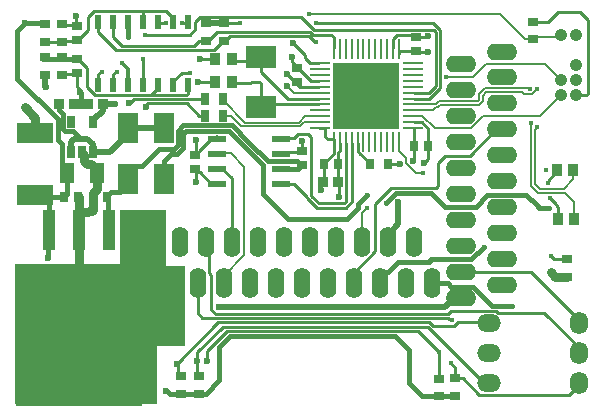
<source format=gbl>
G04*
G04 #@! TF.GenerationSoftware,Altium Limited,Altium Designer,21.0.8 (223)*
G04*
G04 Layer_Physical_Order=4*
G04 Layer_Color=16711680*
%FSLAX25Y25*%
%MOIN*%
G70*
G04*
G04 #@! TF.SameCoordinates,E158979E-E8F5-4E42-ABDF-87379EC9601E*
G04*
G04*
G04 #@! TF.FilePolarity,Positive*
G04*
G01*
G75*
%ADD10C,0.01000*%
%ADD13C,0.01200*%
%ADD33C,0.01500*%
%ADD34C,0.00800*%
%ADD35C,0.02000*%
%ADD36C,0.03000*%
%ADD37O,0.06000X0.07500*%
%ADD38O,0.07874X0.05906*%
%ADD39O,0.10236X0.05512*%
%ADD40C,0.04134*%
%ADD41O,0.05512X0.10236*%
%ADD42C,0.01772*%
%ADD43C,0.02362*%
%ADD44C,0.01968*%
%ADD55R,0.03150X0.03937*%
%ADD56R,0.10236X0.07480*%
%ADD57R,0.03543X0.02559*%
%ADD58O,0.03937X0.00984*%
%ADD59O,0.00984X0.03937*%
%ADD60R,0.22047X0.22047*%
%ADD61R,0.03543X0.02953*%
%ADD62R,0.06102X0.02362*%
%ADD63R,0.02284X0.04646*%
%ADD64R,0.03740X0.04134*%
%ADD65O,0.06102X0.00984*%
%ADD66O,0.00984X0.06102*%
%ADD67R,0.02953X0.03543*%
%ADD68R,0.02559X0.03543*%
%ADD69R,0.03174X0.03379*%
%ADD70R,0.06890X0.10433*%
%ADD71R,0.12402X0.07008*%
%ADD72R,0.02598X0.03937*%
%ADD73R,0.42126X0.33858*%
%ADD74R,0.03937X0.13386*%
%ADD75R,0.04545X0.06717*%
%ADD76R,0.03543X0.04134*%
%ADD77C,0.00700*%
%ADD78R,0.22500X0.26600*%
%ADD79R,0.15800X0.38300*%
%ADD80R,0.47500X0.46500*%
D10*
X262856Y348632D02*
X296489D01*
X261218Y346994D02*
X262856Y348632D01*
X261218Y344453D02*
Y346994D01*
X259432Y342667D02*
X261218Y344453D01*
X244524Y342667D02*
X259432D01*
X257000Y346686D02*
X258713D01*
X259000Y346972D01*
X249287Y346686D02*
X251472D01*
X249000Y346972D02*
X249287Y346686D01*
X271027Y346426D02*
X276274D01*
X276300Y346400D01*
X374001Y346953D02*
X378805D01*
X382114Y350262D01*
X389486D02*
X392100Y347648D01*
X382114Y350262D02*
X389486D01*
X392100Y328900D02*
Y347648D01*
Y328900D02*
X392200Y328800D01*
X388300Y322400D02*
X391614D01*
X392200Y322986D01*
Y328800D01*
X380009Y268700D02*
X380856Y267853D01*
X385299D01*
X379800Y268700D02*
X380009D01*
X244900Y318500D02*
X245161Y318761D01*
Y319575D02*
X245286Y319700D01*
X245161Y318761D02*
Y319575D01*
X239569Y319900D02*
X240769Y321100D01*
X239200Y319900D02*
X239569D01*
X245286Y319700D02*
X258600D01*
X240769Y321100D02*
X264647D01*
X381435Y285765D02*
Y286056D01*
X379374Y288118D02*
X381435Y286056D01*
Y285765D02*
X382142Y285057D01*
X321300Y286200D02*
X326650Y291550D01*
X341514D02*
X342100Y292136D01*
X326650Y291550D02*
X341514D01*
X342100Y292136D02*
Y299714D01*
X321300Y270500D02*
Y286200D01*
X378769Y293266D02*
X378917Y293414D01*
Y294021D01*
X382000Y297105D01*
Y297400D01*
X382142Y281100D02*
Y285057D01*
X334177Y313472D02*
X334185Y313465D01*
X336744D02*
X338862Y311347D01*
Y305500D02*
Y311347D01*
X334185Y313465D02*
X336744D01*
X262700Y315600D02*
X264647D01*
X258600Y319700D02*
X262700Y315600D01*
X234000Y329423D02*
X234942Y330365D01*
X234000Y326028D02*
Y329423D01*
X234942Y330365D02*
X235100D01*
X221500Y345835D02*
Y349000D01*
Y345835D02*
X221796Y345539D01*
X229942Y330365D02*
X230100D01*
X229000Y329423D02*
X229942Y330365D01*
X229000Y326028D02*
Y329423D01*
X227790Y322500D02*
X246654D01*
X225143Y325148D02*
X227790Y322500D01*
X282714Y326900D02*
X283300Y326314D01*
X280114Y326900D02*
X282714D01*
X279600Y326386D02*
X280114Y326900D01*
X283300Y318435D02*
Y326314D01*
X274168Y326386D02*
X279600D01*
X273654Y326900D02*
X274168Y326386D01*
X283300Y318435D02*
X284243Y319378D01*
X302484D01*
X283300Y330324D02*
X292278Y321346D01*
X302484D01*
X283300Y330324D02*
Y335365D01*
X297000Y303962D02*
Y307319D01*
X296469Y303431D02*
X297000Y303962D01*
X298914Y309500D02*
X300000Y308414D01*
X295426Y309500D02*
X298914D01*
X294081Y308155D02*
X295426Y309500D01*
X304535Y311504D02*
X304543Y311496D01*
X305437Y307764D02*
X307496D01*
X307504Y307756D01*
Y306484D02*
Y307756D01*
X304543Y308658D02*
X305437Y307764D01*
X304543Y308658D02*
Y311496D01*
X302484Y311504D02*
X304535D01*
X289730Y308000D02*
X289885Y308155D01*
X294081D01*
X300000Y288900D02*
Y308414D01*
X290161Y303431D02*
X296469D01*
X289730Y303000D02*
X290161Y303431D01*
X294181Y293000D02*
X298600Y288581D01*
X289730Y293000D02*
X294181D01*
X268470Y298000D02*
X270340D01*
X273517Y294823D01*
Y273643D02*
Y294823D01*
X261100Y302462D02*
X261500Y302862D01*
Y307500D01*
X261600Y297238D02*
X262076Y296761D01*
X261100Y297738D02*
X261600Y297238D01*
Y293500D02*
Y297238D01*
X262839Y296761D02*
X266600Y293000D01*
X268470D01*
X262076Y296761D02*
X262839D01*
X268020Y308450D02*
X268470Y308900D01*
X262372Y303772D02*
X266600Y308000D01*
X268470D01*
X262372Y303439D02*
Y303772D01*
X261395Y302462D02*
X262372Y303439D01*
X261100Y302462D02*
X261395D01*
X273600Y333900D02*
X281835D01*
X283300Y335365D01*
X256728Y329937D02*
X259602D01*
X254000Y327209D02*
X256728Y329937D01*
X259602D02*
X259614Y329925D01*
X229000Y343500D02*
X234900Y337600D01*
X260980Y339000D02*
X262527Y340547D01*
X234000Y342000D02*
X237000Y339000D01*
X267561Y337600D02*
X270509Y340547D01*
X234900Y337600D02*
X267561D01*
X237000Y339000D02*
X260980D01*
X262527Y340547D02*
X265001D01*
X361649Y250506D02*
X362155Y250000D01*
X346621Y250506D02*
X361649D01*
X301743Y346462D02*
X340613D01*
X301609Y346597D02*
X301743Y346462D01*
X299079Y342100D02*
X301131Y340047D01*
X301500D01*
X293658Y333519D02*
Y335142D01*
X293600Y335200D02*
X293658Y335142D01*
Y333519D02*
X299349Y327828D01*
X299365D01*
X299941Y327252D02*
X302484D01*
X299365Y327828D02*
X299941Y327252D01*
X291935Y329449D02*
X296101Y325284D01*
X302484D01*
X377700Y250000D02*
X389202Y238498D01*
X362155Y250000D02*
X377700D01*
X345634Y249519D02*
X346621Y250506D01*
X373184Y263409D02*
X389202Y247391D01*
X351751Y263409D02*
X373184D01*
X389202Y246641D02*
Y247391D01*
X351751Y263409D02*
X351751Y263409D01*
X314069Y263269D02*
X321300Y270500D01*
X314069Y259863D02*
Y263269D01*
X342100Y299714D02*
X344486Y302100D01*
X352750D01*
X361698Y311047D01*
X363614D01*
X337500Y299800D02*
X338781Y301081D01*
Y305419D01*
X338862Y305500D01*
X334000Y300400D02*
X334069Y300469D01*
X325553Y299400D02*
X329500D01*
X334069Y300469D02*
Y305431D01*
X341400Y325400D02*
Y343695D01*
X339315Y323315D02*
X341400Y325400D01*
X340814Y344281D02*
X341400Y343695D01*
X300857Y344281D02*
X340814D01*
X325453Y299501D02*
X325553Y299400D01*
X334069Y305431D02*
X334138Y305500D01*
Y311496D01*
X334146Y311504D01*
X334177D01*
X303092Y292557D02*
X304138Y293603D01*
X303092Y291031D02*
Y292557D01*
X308965Y293500D02*
Y303433D01*
X309271Y288581D02*
Y293194D01*
X298600Y288320D02*
X301920Y285000D01*
X298600Y288320D02*
Y288581D01*
X301920Y285000D02*
X311446D01*
X300000Y288900D02*
X302500Y286400D01*
X310866D01*
X339347Y321346D02*
X342800Y324800D01*
Y344275D01*
X340613Y346462D02*
X342800Y344275D01*
X335000Y341862D02*
X335119Y341981D01*
X338700D01*
X338819Y342100D01*
X328400Y342500D02*
X334362D01*
X335000Y341862D01*
X327189Y341289D02*
X328400Y342500D01*
X327189Y338177D02*
Y341289D01*
X335000Y337138D02*
X335219Y336919D01*
X338600D01*
X338819Y336700D01*
X329157Y337130D02*
X329165Y337138D01*
X329157Y336110D02*
Y337130D01*
X329165Y337138D02*
X335000D01*
X315954Y303349D02*
X318531Y300772D01*
X319547Y299501D02*
Y299993D01*
X315378Y303941D02*
Y306484D01*
Y303941D02*
X315954Y303365D01*
Y303349D02*
Y303365D01*
X318531Y300772D02*
X318768D01*
X319547Y299993D01*
X308965Y293500D02*
X309271Y293194D01*
X311452Y286986D02*
Y297684D01*
X310866Y286400D02*
X311452Y286986D01*
X311446Y285000D02*
X313500Y287054D01*
Y302200D01*
X313409Y302291D02*
X313500Y302200D01*
X313409Y302291D02*
Y306484D01*
X311441Y297695D02*
Y306484D01*
Y297695D02*
X311452Y297684D01*
X309472Y303941D02*
Y306484D01*
X308965Y303433D02*
X309472Y303941D01*
X305343Y300772D02*
X307504Y302933D01*
Y306484D01*
X305114Y300772D02*
X305343D01*
X304138Y299795D02*
X305114Y300772D01*
X304138Y299500D02*
Y299795D01*
Y293603D02*
Y299500D01*
X299542Y333157D02*
X302484D01*
X297836Y334864D02*
X299542Y333157D01*
X297836Y334864D02*
Y335883D01*
X295782Y337937D02*
X297836Y335883D01*
X295782Y337937D02*
X295782D01*
X293800Y339919D02*
X295782Y337937D01*
X270509Y340547D02*
X271493D01*
X300544Y342614D02*
X306618D01*
X299658Y343500D02*
X300544Y342614D01*
X272858Y342100D02*
X299079D01*
X272272Y341514D02*
X272858Y342100D01*
X300221Y344900D02*
X300238D01*
X296489Y348632D02*
X300221Y344900D01*
X300238D02*
X300857Y344281D01*
X272272Y341327D02*
Y341514D01*
X268445Y343500D02*
X299658D01*
X271493Y340547D02*
X272272Y341327D01*
X265445Y340500D02*
X268445Y343500D01*
X306618Y342614D02*
X307504Y341728D01*
X254000Y326028D02*
Y327209D01*
X267846Y334400D02*
X267946Y334500D01*
X263000Y334400D02*
X267846D01*
Y327000D02*
X267946Y326900D01*
X262300Y327000D02*
X267846D01*
X268081Y249519D02*
X345634D01*
X266600Y251000D02*
X268081Y249519D01*
X271900Y243900D02*
X335600D01*
X338758Y245300D02*
X357405Y226653D01*
X346539Y247861D02*
X346800Y247600D01*
X255300Y233000D02*
X269000Y246700D01*
X270600Y245300D02*
X338758D01*
X269000Y246700D02*
X339338D01*
X340619Y245419D01*
X263700Y248100D02*
X345533D01*
X262000Y236700D02*
X270600Y245300D01*
X265319Y237319D02*
X271900Y243900D01*
X335600D02*
X342599Y236901D01*
X345773Y247861D02*
X346539D01*
X345533Y248100D02*
X345773Y247861D01*
X347703Y245419D02*
X348985Y246700D01*
X359022D01*
X340619Y245419D02*
X347703D01*
X266600Y251000D02*
Y262400D01*
X265719Y263281D02*
Y272780D01*
X264856Y273643D02*
X265719Y272780D01*
Y263281D02*
X266600Y262400D01*
X262100Y249700D02*
X263700Y248100D01*
X389202Y236641D02*
Y238498D01*
Y225891D02*
Y226641D01*
X385910Y222600D02*
X389202Y225891D01*
X356000Y222600D02*
X385910D01*
X350547Y228053D02*
X356000Y222600D01*
X347999Y228053D02*
X350547D01*
X342599Y227953D02*
Y236901D01*
X357405Y226653D02*
X359069D01*
X346500Y233100D02*
X347999Y231601D01*
Y228053D02*
Y231601D01*
X262100Y249700D02*
Y259863D01*
X359022Y246700D02*
X359069Y246653D01*
X265319Y233934D02*
Y237319D01*
X262000Y233700D02*
Y236700D01*
Y229352D02*
Y233700D01*
Y229352D02*
X262599Y228753D01*
X255428Y229632D02*
Y232872D01*
X255300Y233000D02*
X255428Y232872D01*
Y229632D02*
X256207Y228853D01*
X256699D01*
X225143Y325148D02*
Y331550D01*
X222180Y334513D02*
X225143Y331550D01*
X221784Y325216D02*
Y329788D01*
Y325216D02*
X223158Y323842D01*
X246654Y322500D02*
X258414D01*
X259000Y323086D02*
Y326028D01*
X246654Y322500D02*
X249000Y324847D01*
X258414Y322500D02*
X259000Y323086D01*
X221476Y345859D02*
X221500Y345835D01*
X244000Y326028D02*
Y334531D01*
X234000Y342000D02*
Y346972D01*
X229000Y343500D02*
Y346972D01*
X307504Y338177D02*
Y341728D01*
X334177Y323315D02*
X339315D01*
X334177Y321346D02*
X339347D01*
X249000Y324847D02*
Y326028D01*
X222079Y334613D02*
X222180Y334513D01*
X221784Y334613D02*
X222079D01*
X243414Y350500D02*
X251654D01*
X227586D02*
X243414D01*
X254000Y346972D02*
Y348153D01*
X251654Y350500D02*
X254000Y348153D01*
X221796Y340518D02*
X222091D01*
X244000Y346972D02*
Y349914D01*
X243414Y350500D02*
X244000Y349914D01*
X225500Y348414D02*
X227586Y350500D01*
X225500Y344273D02*
Y348414D01*
X221796Y340864D02*
X222091D01*
X225500Y344273D01*
X211290Y340222D02*
X211316Y340248D01*
X254000Y345791D02*
Y346972D01*
X217182Y329593D02*
X221489D01*
X221784Y329889D01*
X216887Y329298D02*
X217182Y329593D01*
X222052Y320689D02*
X223123D01*
X220965Y319603D02*
X222052Y320689D01*
X220965Y319500D02*
Y319603D01*
X216886Y346179D02*
X217206Y345859D01*
X221476D01*
X211316Y340248D02*
X216616D01*
X216912Y340544D02*
X221526D01*
X221796Y340814D01*
X216616Y340248D02*
X216912Y340544D01*
X222091Y340518D02*
X222387Y340222D01*
D13*
X239000Y326028D02*
Y331300D01*
X237000Y333300D02*
X239000Y331300D01*
D33*
X220664Y310500D02*
X223164Y308000D01*
X217984Y310500D02*
X220664D01*
X217311Y311173D02*
Y316289D01*
X216035Y317565D02*
Y319500D01*
Y317565D02*
X217311Y316289D01*
Y311173D02*
X217984Y310500D01*
X215411Y307621D02*
Y314589D01*
X216954Y298023D02*
Y306077D01*
X202000Y328000D02*
X215411Y314589D01*
Y307621D02*
X216954Y306077D01*
X273434Y312481D02*
X279008Y306908D01*
X257295Y304985D02*
Y309703D01*
X272647Y310581D02*
X284000Y299229D01*
X255395Y305772D02*
Y310621D01*
X257255Y312481D01*
X273434D01*
X257295Y309703D02*
X258174Y310581D01*
X272647D01*
X344400Y285300D02*
X354800D01*
X358600Y289100D02*
X371669D01*
X354800Y285300D02*
X358600Y289100D01*
X371669D02*
X375050Y285719D01*
X375214D02*
X376033Y284900D01*
X375050Y285719D02*
X375214D01*
X376033Y284900D02*
X379100D01*
X339800Y289900D02*
X344400Y285300D01*
X328300Y289900D02*
X339800D01*
X325000Y286600D02*
X328300Y289900D01*
X315406Y284705D02*
Y286105D01*
X318400Y289100D01*
X312000Y281300D02*
X315406Y284705D01*
X231862Y288795D02*
X233100Y290034D01*
X236305D01*
X255053Y302743D02*
X257295Y304985D01*
X295243Y300500D02*
X296605Y299138D01*
X279008Y306908D02*
X285416Y300500D01*
X295243D01*
X295467Y298000D02*
X296605Y299138D01*
X289730Y298000D02*
X295467D01*
X239000Y294500D02*
Y296227D01*
X241695Y298922D02*
X243422D01*
X249143Y304643D01*
X239000Y296227D02*
X241695Y298922D01*
X249143Y304643D02*
X254267D01*
X239000Y292728D02*
Y294500D01*
X231862Y288500D02*
Y288795D01*
X232181Y277819D02*
Y288181D01*
Y277819D02*
X232500Y277500D01*
X254267Y304643D02*
X255395Y305772D01*
X236305Y290034D02*
X239000Y292728D01*
X279008Y306908D02*
Y306908D01*
X231862Y288500D02*
X232181Y288181D01*
X216887Y334513D02*
X222180D01*
X284000Y289479D02*
Y299229D01*
X353815Y258654D02*
X360288Y252181D01*
X367000D01*
X346704Y258654D02*
X353815D01*
X345495Y259863D02*
X346704Y258654D01*
X340053Y259863D02*
X345495D01*
X339100Y266800D02*
X340000Y267700D01*
X353350D02*
X357390Y271741D01*
X340000Y267700D02*
X353350D01*
X328789Y266800D02*
X339100D01*
X357390Y271741D02*
Y271898D01*
X322730Y259863D02*
Y261140D01*
X325113Y263523D02*
X325512D01*
X326728Y264739D02*
X328789Y266800D01*
X322730Y261140D02*
X325113Y263523D01*
X325512D02*
X326728Y264739D01*
Y264739D01*
X292179Y281300D02*
X312000D01*
X284000Y289479D02*
X292179Y281300D01*
X250800Y300502D02*
X253041Y302743D01*
X250800Y294535D02*
Y300502D01*
X253041Y302743D02*
X255053D01*
X327974Y242200D02*
X332500Y237674D01*
X272926Y242200D02*
X327974D01*
X269300Y238574D02*
X272926Y242200D01*
X332500Y226379D02*
Y237674D01*
X269300Y227400D02*
Y238574D01*
X332500Y226379D02*
X336831Y222047D01*
X342599D01*
X342649Y222097D02*
X347949D01*
X342599Y222047D02*
X342649Y222097D01*
X347949D02*
X347999Y222147D01*
X256699Y222947D02*
X262599D01*
X264747Y222847D02*
X269300Y227400D01*
X262599Y222847D02*
X264747D01*
X212265Y268365D02*
Y277265D01*
X212500Y277500D01*
X212100Y268200D02*
X212265Y268365D01*
X252786Y222947D02*
X256699D01*
X251833Y223900D02*
X252786Y222947D01*
X251600Y223900D02*
X251833D01*
X223123Y320689D02*
Y323342D01*
X210687Y334513D02*
X216887D01*
X202000Y328000D02*
Y343864D01*
X210917Y346500D02*
X211290Y346127D01*
X239000Y342000D02*
Y346972D01*
X204636Y346500D02*
X210917D01*
X202000Y343864D02*
X204636Y346500D01*
X216954Y298023D02*
X218477Y296500D01*
Y289634D02*
Y296500D01*
X217638Y288500D02*
Y288795D01*
X218477Y289634D01*
X210451Y288500D02*
X217638D01*
X210451D02*
X212500Y286451D01*
X208705Y288500D02*
X210451D01*
X208000Y289205D02*
X208705Y288500D01*
X212500Y277500D02*
Y286451D01*
D34*
X334787Y296670D02*
X337213D01*
X331581Y299876D02*
X334787Y296670D01*
X316824Y273643D02*
Y283103D01*
X318560Y284840D01*
X373300Y292303D02*
Y313363D01*
X374500Y292800D02*
Y310872D01*
X375086Y311458D01*
Y311721D01*
X373580Y322879D02*
X375212Y324510D01*
Y324667D01*
X370166Y323500D02*
X370787Y322879D01*
X357803Y324700D02*
X372804D01*
X372840Y324664D01*
X370787Y322879D02*
X373580D01*
X342072Y318400D02*
X342955Y319284D01*
X355881D01*
X337008Y319600D02*
X341575D01*
X342458Y320483D01*
X341600Y318400D02*
X342072D01*
X342458Y320483D02*
X355384D01*
X355881Y319284D02*
X357100Y320502D01*
X355900Y322797D02*
X357803Y324700D01*
X355384Y320483D02*
X355900Y320999D01*
X357100Y320502D02*
Y322300D01*
X355900Y320999D02*
Y322797D01*
X340610Y317409D02*
X341600Y318400D01*
X336786Y319378D02*
X337008Y319600D01*
X334177Y319378D02*
X336786D01*
X334177Y317409D02*
X340610D01*
X381700Y289707D02*
X384500D01*
X387457Y286750D01*
X381504Y289903D02*
X381700Y289707D01*
X387457Y281100D02*
Y286750D01*
X375699Y289903D02*
X381504D01*
X373300Y292303D02*
X375699Y289903D01*
X387315Y294491D02*
Y297400D01*
X384124Y291300D02*
X387315Y294491D01*
X381700Y291300D02*
X384124D01*
X381504Y291104D02*
X381700Y291300D01*
X376197Y291104D02*
X381504D01*
X358300Y323500D02*
X370166D01*
X357100Y322300D02*
X358300Y323500D01*
X374500Y292800D02*
X376197Y291104D01*
X353831Y328500D02*
X358230Y332900D01*
X344981Y328500D02*
X353831D01*
X358230Y332900D02*
X377800D01*
X383300Y327400D01*
X270553Y320706D02*
X277959Y313300D01*
X295803D01*
X276700Y312100D02*
X296300D01*
X297612Y313412D01*
X302424D01*
X297944Y315441D02*
X302484D01*
X295803Y313300D02*
X297944Y315441D01*
X302424Y313412D02*
X302484Y313472D01*
X273200Y315600D02*
X276700Y312100D01*
X270553Y320706D02*
Y321100D01*
Y315600D02*
X273200D01*
X277600Y269064D02*
Y298600D01*
X268470Y303000D02*
X268570Y303100D01*
X273100D01*
X277600Y298600D01*
X374880Y341927D02*
X382827D01*
X374001Y341047D02*
X374880Y341927D01*
X382827D02*
X383300Y342400D01*
X371253Y341047D02*
X374001D01*
X362800Y349500D02*
X371253Y341047D01*
X299200Y349500D02*
X362800D01*
X291847Y325466D02*
Y325655D01*
Y325466D02*
X293713Y323600D01*
X293900D01*
X294185Y323315D02*
X302484D01*
X293900Y323600D02*
X294185Y323315D01*
X331581Y299876D02*
Y301502D01*
X329157Y303925D02*
X331581Y301502D01*
X329157Y303925D02*
Y306484D01*
X270761Y262225D02*
X277600Y269064D01*
X270761Y259863D02*
Y262225D01*
D35*
X271001Y346453D02*
X271027Y346426D01*
X265001Y346453D02*
X271001D01*
X328900Y279419D02*
Y286981D01*
X211361Y325139D02*
X211431Y325069D01*
X211361Y325139D02*
Y329225D01*
X211288Y329298D02*
X211361Y329225D01*
X239000Y311429D02*
X248500D01*
X325486Y273643D02*
Y276005D01*
X328900Y279419D01*
X347593Y254748D02*
X349835D01*
X269300Y251700D02*
X344545D01*
X347593Y254748D01*
X227539Y313917D02*
Y314587D01*
X228954Y316001D01*
X230465Y319500D02*
X234626D01*
X228954Y316001D02*
X229120D01*
X227240Y313618D02*
X227539Y313917D01*
X229120Y316001D02*
X230430Y317311D01*
Y319500D01*
X265000Y346453D02*
X265001Y346453D01*
X223164Y308000D02*
X225327D01*
X221000D02*
X223164D01*
X227240Y303382D02*
Y306087D01*
X232724Y303382D02*
X239000Y309658D01*
X227240Y303382D02*
X232724D01*
X239000Y309658D02*
Y311429D01*
X219760Y304051D02*
Y306760D01*
Y303382D02*
Y304051D01*
X225327Y308000D02*
X227240Y306087D01*
X219760Y306760D02*
X221000Y308000D01*
D36*
X379800Y263500D02*
X381353Y261947D01*
X385299D01*
X226596Y299513D02*
X228523Y297586D01*
X225154Y299513D02*
X226596D01*
X224041Y300626D02*
X225154Y299513D01*
X223500Y303114D02*
X224041Y302573D01*
X223500Y303114D02*
Y303382D01*
X228523Y296500D02*
Y297586D01*
X224041Y300626D02*
Y302573D01*
X208000Y309795D02*
Y315000D01*
X204500Y318500D02*
X208000Y315000D01*
X225448Y319689D02*
X225535Y319603D01*
X222776Y319689D02*
X225448D01*
X225535Y319500D02*
Y319603D01*
X222500Y283500D02*
X225410D01*
X225909Y284000D02*
X227000D01*
X227138Y284138D02*
Y288500D01*
X225410Y283500D02*
X225909Y284000D01*
X227000D02*
X227138Y284138D01*
X222500Y268000D02*
Y277500D01*
Y261500D02*
Y268000D01*
X222386Y282339D02*
Y288476D01*
Y282339D02*
X222500Y282224D01*
X222362Y288500D02*
X222386Y288476D01*
X222500Y277500D02*
Y282224D01*
X227138Y288500D02*
X227161Y288524D01*
X228523Y291096D02*
Y296500D01*
X227161Y289734D02*
X228523Y291096D01*
X227161Y288524D02*
Y289734D01*
X222500Y261500D02*
X223000Y261000D01*
D37*
X389202Y246641D02*
D03*
Y236641D02*
D03*
Y226641D02*
D03*
D38*
X359069Y246653D02*
D03*
Y236653D02*
D03*
Y226653D02*
D03*
D39*
X363614Y259079D02*
D03*
Y267740D02*
D03*
Y276402D02*
D03*
Y285063D02*
D03*
Y293724D02*
D03*
Y302386D02*
D03*
Y311047D02*
D03*
Y319709D02*
D03*
Y328370D02*
D03*
Y337032D02*
D03*
X349835Y254748D02*
D03*
Y263409D02*
D03*
Y272071D02*
D03*
Y280732D02*
D03*
Y289394D02*
D03*
Y298055D02*
D03*
Y306716D02*
D03*
Y315378D02*
D03*
Y324039D02*
D03*
Y332701D02*
D03*
D40*
X383300Y342400D02*
D03*
X388300D02*
D03*
Y332400D02*
D03*
X383300Y327400D02*
D03*
Y322400D02*
D03*
X388300Y327400D02*
D03*
Y322400D02*
D03*
D41*
X340053Y259863D02*
D03*
X331391D02*
D03*
X322730D02*
D03*
X314069D02*
D03*
X305407D02*
D03*
X296746D02*
D03*
X288084D02*
D03*
X279423D02*
D03*
X270761D02*
D03*
X262100D02*
D03*
X282179Y273643D02*
D03*
X308163D02*
D03*
X256195D02*
D03*
X264856D02*
D03*
X273517D02*
D03*
X290840D02*
D03*
X299502D02*
D03*
X316824D02*
D03*
X325486D02*
D03*
X334147D02*
D03*
D42*
X237000Y333300D02*
D03*
X244524Y342667D02*
D03*
X257000Y346686D02*
D03*
X251472D02*
D03*
X276300Y346400D02*
D03*
X379800Y263500D02*
D03*
Y268700D02*
D03*
X379100Y284900D02*
D03*
X379374Y288118D02*
D03*
X325000Y286600D02*
D03*
X318400Y289100D02*
D03*
X337213Y296670D02*
D03*
X318560Y284840D02*
D03*
X373300Y313363D02*
D03*
X375212Y324667D02*
D03*
X372840Y324664D02*
D03*
X375086Y311721D02*
D03*
X378769Y293266D02*
D03*
X378161Y297400D02*
D03*
X235100Y330365D02*
D03*
X230100D02*
D03*
X259614Y329925D02*
D03*
X367000Y252181D02*
D03*
X299200Y349500D02*
D03*
X301609Y346597D02*
D03*
X301500Y340047D02*
D03*
X346800Y247600D02*
D03*
X357390Y271898D02*
D03*
X344981Y328500D02*
D03*
X342599Y236901D02*
D03*
X346500Y233100D02*
D03*
X239000Y342000D02*
D03*
X244000Y334531D02*
D03*
D43*
X244900Y318500D02*
D03*
X239200Y319900D02*
D03*
X328900Y286981D02*
D03*
X223400Y228166D02*
D03*
X221500Y349000D02*
D03*
X211431Y325069D02*
D03*
X297000Y307319D02*
D03*
X261500Y307500D02*
D03*
X261600Y293500D02*
D03*
X293800Y339919D02*
D03*
X293600Y335200D02*
D03*
X291847Y325655D02*
D03*
X291935Y329449D02*
D03*
X337500Y299800D02*
D03*
X334000Y300400D02*
D03*
X329500Y299400D02*
D03*
X303092Y291031D02*
D03*
X309271Y288581D02*
D03*
X338819Y342100D02*
D03*
Y336700D02*
D03*
X263000Y334400D02*
D03*
X262300Y327000D02*
D03*
X269300Y251700D02*
D03*
X265319Y233934D02*
D03*
X262000Y233700D02*
D03*
X212100Y268200D02*
D03*
X251600Y223900D02*
D03*
X255300Y233000D02*
D03*
X234626Y319500D02*
D03*
X222965Y323500D02*
D03*
X204500Y318500D02*
D03*
X204636Y346500D02*
D03*
X227000Y284000D02*
D03*
X222500Y268000D02*
D03*
D44*
X309669Y313669D02*
D03*
X314000D02*
D03*
X318331D02*
D03*
X322661D02*
D03*
X326992D02*
D03*
X309669Y318000D02*
D03*
X314000D02*
D03*
X318331D02*
D03*
X322661D02*
D03*
X326992D02*
D03*
X309669Y322331D02*
D03*
X314000D02*
D03*
X318331D02*
D03*
X322661D02*
D03*
X326992D02*
D03*
X309669Y326661D02*
D03*
X314000D02*
D03*
X318331D02*
D03*
X322661D02*
D03*
X326992D02*
D03*
X309669Y330992D02*
D03*
X314000D02*
D03*
X318331D02*
D03*
X322661D02*
D03*
X326992D02*
D03*
D55*
X270553Y315600D02*
D03*
X264647D02*
D03*
Y321100D02*
D03*
X270553D02*
D03*
D56*
X283300Y335365D02*
D03*
Y318435D02*
D03*
D57*
X385299Y261947D02*
D03*
Y267853D02*
D03*
X262599Y228753D02*
D03*
Y222847D02*
D03*
X271001Y340547D02*
D03*
Y346453D02*
D03*
X265001Y340547D02*
D03*
Y346453D02*
D03*
X342599Y222047D02*
D03*
Y227953D02*
D03*
X347999Y222147D02*
D03*
Y228053D02*
D03*
X256699Y228853D02*
D03*
Y222947D02*
D03*
X211290Y346179D02*
D03*
Y340274D02*
D03*
X211288Y329298D02*
D03*
Y335203D02*
D03*
X216887D02*
D03*
Y329298D02*
D03*
X216886Y340274D02*
D03*
Y346179D02*
D03*
X374001Y346953D02*
D03*
Y341047D02*
D03*
D58*
X304551Y311504D02*
D03*
Y313472D02*
D03*
Y315441D02*
D03*
Y317409D02*
D03*
Y319378D02*
D03*
Y321346D02*
D03*
Y323315D02*
D03*
Y325284D02*
D03*
Y327252D02*
D03*
Y329221D02*
D03*
Y331189D02*
D03*
Y333157D02*
D03*
X332110D02*
D03*
Y331189D02*
D03*
Y329221D02*
D03*
Y327252D02*
D03*
Y325284D02*
D03*
Y323315D02*
D03*
Y321346D02*
D03*
Y319378D02*
D03*
Y317409D02*
D03*
Y315441D02*
D03*
Y313472D02*
D03*
Y311504D02*
D03*
D59*
X307504Y336110D02*
D03*
X309472D02*
D03*
X311441D02*
D03*
X313409D02*
D03*
X315378D02*
D03*
X317347D02*
D03*
X319315D02*
D03*
X321284D02*
D03*
X323252D02*
D03*
X325220D02*
D03*
X327189D02*
D03*
X329157D02*
D03*
Y308551D02*
D03*
X327189D02*
D03*
X325220D02*
D03*
X323252D02*
D03*
X321284D02*
D03*
X319315D02*
D03*
X317347D02*
D03*
X315378D02*
D03*
X313409D02*
D03*
X311441D02*
D03*
X309472D02*
D03*
X307504D02*
D03*
D60*
X318331Y322331D02*
D03*
D61*
X261100Y302462D02*
D03*
Y297738D02*
D03*
X335000Y337138D02*
D03*
Y341862D02*
D03*
X296900Y303862D02*
D03*
Y299138D02*
D03*
X221796Y345589D02*
D03*
Y340864D02*
D03*
X221784Y329889D02*
D03*
Y334613D02*
D03*
X295300Y331462D02*
D03*
Y326738D02*
D03*
D62*
X268470Y308000D02*
D03*
X289730Y303000D02*
D03*
X268470Y293000D02*
D03*
X289730Y308000D02*
D03*
Y298000D02*
D03*
Y293000D02*
D03*
X268470Y298000D02*
D03*
Y303000D02*
D03*
D63*
X229000Y346972D02*
D03*
X234000D02*
D03*
X239000D02*
D03*
X244000D02*
D03*
X249000D02*
D03*
X254000D02*
D03*
X259000D02*
D03*
Y326028D02*
D03*
X254000D02*
D03*
X249000D02*
D03*
X244000D02*
D03*
X239000D02*
D03*
X234000D02*
D03*
X229000D02*
D03*
D64*
X267946Y334500D02*
D03*
X273654D02*
D03*
X267946Y326900D02*
D03*
X273654D02*
D03*
D65*
X302484Y311504D02*
D03*
Y313472D02*
D03*
Y315441D02*
D03*
Y317409D02*
D03*
Y319378D02*
D03*
Y321346D02*
D03*
Y323315D02*
D03*
Y325284D02*
D03*
Y327252D02*
D03*
Y329221D02*
D03*
Y331189D02*
D03*
Y333157D02*
D03*
X334177D02*
D03*
Y331189D02*
D03*
Y329221D02*
D03*
Y327252D02*
D03*
Y325284D02*
D03*
Y323315D02*
D03*
Y321346D02*
D03*
Y319378D02*
D03*
Y317409D02*
D03*
Y315441D02*
D03*
Y313472D02*
D03*
Y311504D02*
D03*
D66*
X307504Y338177D02*
D03*
X309472D02*
D03*
X311441D02*
D03*
X313409D02*
D03*
X315378D02*
D03*
X317347D02*
D03*
X319315D02*
D03*
X321284D02*
D03*
X323252D02*
D03*
X325220D02*
D03*
X327189D02*
D03*
X329157D02*
D03*
Y306484D02*
D03*
X327189D02*
D03*
X325220D02*
D03*
X323252D02*
D03*
X321284D02*
D03*
X319315D02*
D03*
X317347D02*
D03*
X315378D02*
D03*
X313409D02*
D03*
X311441D02*
D03*
X309472D02*
D03*
X307504D02*
D03*
D67*
X304138Y299500D02*
D03*
X308862D02*
D03*
X334138Y305500D02*
D03*
X338862D02*
D03*
X227138Y288500D02*
D03*
X231862D02*
D03*
X222362D02*
D03*
X217638D02*
D03*
D68*
X319547Y299501D02*
D03*
X325453D02*
D03*
D69*
X304035Y293500D02*
D03*
X308965D02*
D03*
X220965Y319500D02*
D03*
X216035D02*
D03*
X225535D02*
D03*
X230465D02*
D03*
D70*
X250800Y311465D02*
D03*
Y294535D02*
D03*
X239000Y311429D02*
D03*
Y294500D02*
D03*
D71*
X208000Y289205D02*
D03*
Y309795D02*
D03*
D72*
X227240Y313618D02*
D03*
X219760D02*
D03*
Y303382D02*
D03*
X223500D02*
D03*
X227240D02*
D03*
D73*
X222500Y235768D02*
D03*
D74*
Y277500D02*
D03*
X212500D02*
D03*
X232500D02*
D03*
D75*
X218477Y296500D02*
D03*
X228523D02*
D03*
D76*
X387315Y297400D02*
D03*
X382000D02*
D03*
X387457Y281100D02*
D03*
X382142D02*
D03*
D77*
X334177Y315441D02*
X337009D01*
X341050Y311400D02*
X353200D01*
X337009Y315441D02*
X341050Y311400D01*
X357200Y315400D02*
X376300D01*
X353200Y311400D02*
X357200Y315400D01*
X376300D02*
X383300Y322400D01*
D78*
X246550Y252200D02*
D03*
D79*
X243900Y265250D02*
D03*
D80*
X224750Y242750D02*
D03*
M02*

</source>
